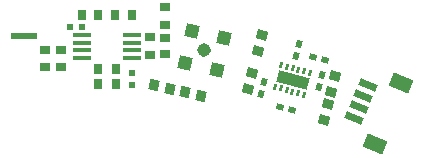
<source format=gbp>
G04*
G04 #@! TF.GenerationSoftware,Altium Limited,CircuitStudio,1.5.2 (30)*
G04*
G04 Layer_Color=16770453*
%FSLAX25Y25*%
%MOIN*%
G70*
G01*
G75*
%ADD10R,0.09000X0.02000*%
%ADD15R,0.02362X0.01969*%
%ADD16R,0.01969X0.02362*%
G04:AMPARAMS|DCode=17|XSize=19.69mil|YSize=23.62mil|CornerRadius=0mil|HoleSize=0mil|Usage=FLASHONLY|Rotation=75.000|XOffset=0mil|YOffset=0mil|HoleType=Round|Shape=Rectangle|*
%AMROTATEDRECTD17*
4,1,4,0.00886,-0.01256,-0.01396,-0.00645,-0.00886,0.01256,0.01396,0.00645,0.00886,-0.01256,0.0*
%
%ADD17ROTATEDRECTD17*%

%ADD18R,0.03543X0.03150*%
%ADD19R,0.03150X0.03543*%
%ADD20R,0.02756X0.03543*%
G04:AMPARAMS|DCode=21|XSize=19.69mil|YSize=9.84mil|CornerRadius=1.23mil|HoleSize=0mil|Usage=FLASHONLY|Rotation=255.000|XOffset=0mil|YOffset=0mil|HoleType=Round|Shape=RoundedRectangle|*
%AMROUNDEDRECTD21*
21,1,0.01969,0.00738,0,0,255.0*
21,1,0.01723,0.00984,0,0,255.0*
1,1,0.00246,-0.00579,-0.00737*
1,1,0.00246,-0.00134,0.00928*
1,1,0.00246,0.00579,0.00737*
1,1,0.00246,0.00134,-0.00928*
%
%ADD21ROUNDEDRECTD21*%
G04:AMPARAMS|DCode=22|XSize=39.37mil|YSize=104.33mil|CornerRadius=0mil|HoleSize=0mil|Usage=FLASHONLY|Rotation=255.000|XOffset=0mil|YOffset=0mil|HoleType=Round|Shape=Rectangle|*
%AMROTATEDRECTD22*
4,1,4,-0.04529,0.03252,0.05548,0.00551,0.04529,-0.03252,-0.05548,-0.00551,-0.04529,0.03252,0.0*
%
%ADD22ROTATEDRECTD22*%

G04:AMPARAMS|DCode=23|XSize=35.43mil|YSize=31.5mil|CornerRadius=0mil|HoleSize=0mil|Usage=FLASHONLY|Rotation=345.000|XOffset=0mil|YOffset=0mil|HoleType=Round|Shape=Rectangle|*
%AMROTATEDRECTD23*
4,1,4,-0.02119,-0.01063,-0.01304,0.01980,0.02119,0.01063,0.01304,-0.01980,-0.02119,-0.01063,0.0*
%
%ADD23ROTATEDRECTD23*%

G04:AMPARAMS|DCode=24|XSize=19.69mil|YSize=23.62mil|CornerRadius=0mil|HoleSize=0mil|Usage=FLASHONLY|Rotation=345.000|XOffset=0mil|YOffset=0mil|HoleType=Round|Shape=Rectangle|*
%AMROTATEDRECTD24*
4,1,4,-0.01256,-0.00886,-0.00645,0.01396,0.01256,0.00886,0.00645,-0.01396,-0.01256,-0.00886,0.0*
%
%ADD24ROTATEDRECTD24*%

%ADD25P,0.06125X4X213.0*%
G04:AMPARAMS|DCode=26|XSize=44.88mil|YSize=44.88mil|CornerRadius=22.44mil|HoleSize=0mil|Usage=FLASHONLY|Rotation=348.000|XOffset=0mil|YOffset=0mil|HoleType=Round|Shape=RoundedRectangle|*
%AMROUNDEDRECTD26*
21,1,0.04488,0.00000,0,0,348.0*
21,1,0.00000,0.04488,0,0,348.0*
1,1,0.04488,0.00000,0.00000*
1,1,0.04488,0.00000,0.00000*
1,1,0.04488,0.00000,0.00000*
1,1,0.04488,0.00000,0.00000*
%
%ADD26ROUNDEDRECTD26*%
G04:AMPARAMS|DCode=27|XSize=23.62mil|YSize=61.02mil|CornerRadius=0mil|HoleSize=0mil|Usage=FLASHONLY|Rotation=67.000|XOffset=0mil|YOffset=0mil|HoleType=Round|Shape=Rectangle|*
%AMROTATEDRECTD27*
4,1,4,0.02347,-0.02279,-0.03270,0.00105,-0.02347,0.02279,0.03270,-0.00105,0.02347,-0.02279,0.0*
%
%ADD27ROTATEDRECTD27*%

G04:AMPARAMS|DCode=28|XSize=47.24mil|YSize=70.87mil|CornerRadius=0mil|HoleSize=0mil|Usage=FLASHONLY|Rotation=67.000|XOffset=0mil|YOffset=0mil|HoleType=Round|Shape=Rectangle|*
%AMROTATEDRECTD28*
4,1,4,0.02339,-0.03559,-0.04185,-0.00790,-0.02339,0.03559,0.04185,0.00790,0.02339,-0.03559,0.0*
%
%ADD28ROTATEDRECTD28*%

G04:AMPARAMS|DCode=29|XSize=35.43mil|YSize=31.5mil|CornerRadius=0mil|HoleSize=0mil|Usage=FLASHONLY|Rotation=78.000|XOffset=0mil|YOffset=0mil|HoleType=Round|Shape=Rectangle|*
%AMROTATEDRECTD29*
4,1,4,0.01172,-0.02060,-0.01909,-0.01406,-0.01172,0.02060,0.01909,0.01406,0.01172,-0.02060,0.0*
%
%ADD29ROTATEDRECTD29*%

%ADD30R,0.03543X0.02756*%
%ADD31R,0.06378X0.01700*%
G36*
X399358Y368732D02*
X398390Y365119D01*
X393938Y366311D01*
X394906Y369925D01*
X399358Y368732D01*
D02*
G37*
G36*
X394145Y370128D02*
X393177Y366515D01*
X388728Y367707D01*
X389696Y371320D01*
X394145Y370128D01*
D02*
G37*
D10*
X304398Y383011D02*
D03*
D15*
X323867Y385911D02*
D03*
X319930D02*
D03*
D16*
X340543Y370479D02*
D03*
Y366542D02*
D03*
D17*
X401019Y375978D02*
D03*
X404821Y374959D02*
D03*
X393749Y358143D02*
D03*
X389946Y359162D02*
D03*
D18*
X311399Y372555D02*
D03*
Y378067D02*
D03*
X316898Y372555D02*
D03*
Y378067D02*
D03*
X351698Y376755D02*
D03*
Y382267D02*
D03*
D19*
X323851Y390011D02*
D03*
X329363D02*
D03*
X335031D02*
D03*
X340543D02*
D03*
D20*
X335251Y367011D02*
D03*
X329346D02*
D03*
X329346Y372011D02*
D03*
X335251D02*
D03*
D21*
X390256Y373106D02*
D03*
X392157Y372597D02*
D03*
X394059Y372087D02*
D03*
X395960Y371578D02*
D03*
X397862Y371068D02*
D03*
X399763Y370559D02*
D03*
X397827Y363334D02*
D03*
X395926Y363843D02*
D03*
X394024Y364352D02*
D03*
X392123Y364862D02*
D03*
X390221Y365371D02*
D03*
X388320Y365881D02*
D03*
D22*
X394041Y368220D02*
D03*
D23*
X383879Y383226D02*
D03*
X382453Y377903D02*
D03*
X380491Y370581D02*
D03*
X379064Y365257D02*
D03*
X406885Y364049D02*
D03*
X408312Y369373D02*
D03*
X404385Y354849D02*
D03*
X405812Y360173D02*
D03*
D24*
X402839Y365895D02*
D03*
X403858Y369698D02*
D03*
X396214Y380132D02*
D03*
X395195Y376329D02*
D03*
X384520Y367463D02*
D03*
X383501Y363661D02*
D03*
D25*
X360397Y384604D02*
D03*
X371180Y382312D02*
D03*
X368888Y371529D02*
D03*
X358105Y373821D02*
D03*
D26*
X364643Y378067D02*
D03*
D27*
X414499Y355611D02*
D03*
X416037Y359235D02*
D03*
X417576Y362860D02*
D03*
X419114Y366484D02*
D03*
D28*
X421650Y347015D02*
D03*
X430264Y367311D02*
D03*
D29*
X358303Y364084D02*
D03*
X363694Y362938D02*
D03*
X353094Y365338D02*
D03*
X347703Y366484D02*
D03*
D30*
X346698Y376558D02*
D03*
Y382464D02*
D03*
X351698Y386458D02*
D03*
Y392364D02*
D03*
D31*
X323851Y375508D02*
D03*
Y378067D02*
D03*
Y380627D02*
D03*
Y383186D02*
D03*
X340543D02*
D03*
Y380627D02*
D03*
Y378067D02*
D03*
Y375508D02*
D03*
M02*

</source>
